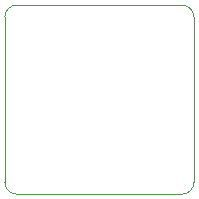
<source format=gbr>
%TF.GenerationSoftware,Altium Limited,Altium Designer,25.8.1 (18)*%
G04 Layer_Color=0*
%FSLAX45Y45*%
%MOMM*%
%TF.SameCoordinates,F397BE87-363C-4AE2-8B00-A23A2701063B*%
%TF.FilePolarity,Positive*%
%TF.FileFunction,Profile,NP*%
%TF.Part,Single*%
G01*
G75*
%TA.AperFunction,Profile*%
%ADD50C,0.02540*%
D50*
X2171900Y2247900D02*
Y3647900D01*
D02*
G02*
X2271900Y3747900I100000J0D01*
G01*
X3671900D01*
D02*
G02*
X3771900Y3647900I0J-100000D01*
G01*
Y2247900D01*
D02*
G02*
X3671900Y2147900I-100000J0D01*
G01*
X2271900D01*
D02*
G02*
X2171900Y2247900I0J100000D01*
G01*
%TF.MD5,f397dd20fab70ca91cf23d92604d293e*%
M02*

</source>
